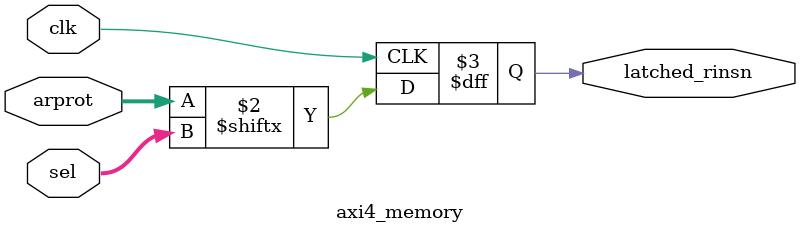
<source format=v>
/*
    PicoRV32 -- A Small RISC-V (RV32I) Processor Core
 
    Copyright (C) 2015  Clifford Wolf <clifford@clifford.at>
 
    Permission to use, copy, modify, and/or distribute this software for any
    purpose with or without fee is hereby granted, provided that the above
    copyright notice and this permission notice appear in all copies.
 
    THE SOFTWARE IS PROVIDED "AS IS" AND THE AUTHOR DISCLAIMS ALL WARRANTIES
    WITH REGARD TO THIS SOFTWARE INCLUDING ALL IMPLIED WARRANTIES OF
    MERCHANTABILITY AND FITNESS. IN NO EVENT SHALL THE AUTHOR BE LIABLE FOR
    ANY SPECIAL, DIRECT, INDIRECT, OR CONSEQUENTIAL DAMAGES OR ANY DAMAGES
    WHATSOEVER RESULTING FROM LOSS OF USE, DATA OR PROFITS, WHETHER IN AN
    ACTION OF CONTRACT, NEGLIGENCE OR OTHER TORTIOUS ACTION, ARISING OUT OF
    OR IN CONNECTION WITH THE USE OR PERFORMANCE OF THIS SOFTWARE.
 
 */
module axi4_memory #(
	parameter AXI_TEST = 0,
	parameter VERBOSE = 0
) (
	/* verilator lint_off MULTIDRIVEN */

	input             clk,
	input       [7:0] arprot,
	input       [2:0] sel,
 	output reg        latched_rinsn
);

always @(posedge clk)
	latched_rinsn = arprot[sel];

endmodule

</source>
